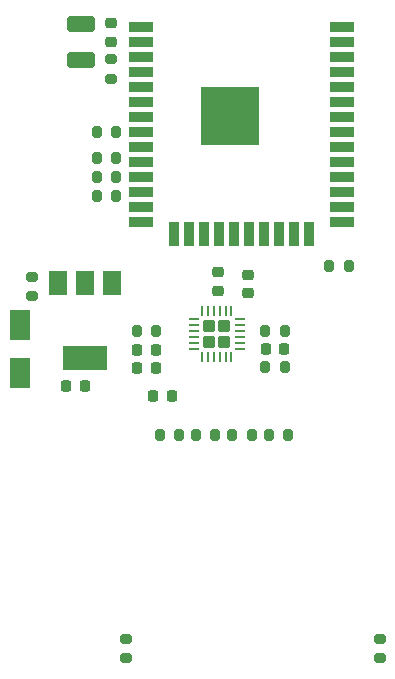
<source format=gbr>
%TF.GenerationSoftware,KiCad,Pcbnew,6.0.4*%
%TF.CreationDate,2022-06-16T01:35:27+03:00*%
%TF.ProjectId,MULTIGW,4d554c54-4947-4572-9e6b-696361645f70,rev?*%
%TF.SameCoordinates,Original*%
%TF.FileFunction,Paste,Top*%
%TF.FilePolarity,Positive*%
%FSLAX46Y46*%
G04 Gerber Fmt 4.6, Leading zero omitted, Abs format (unit mm)*
G04 Created by KiCad (PCBNEW 6.0.4) date 2022-06-16 01:35:27*
%MOMM*%
%LPD*%
G01*
G04 APERTURE LIST*
G04 Aperture macros list*
%AMRoundRect*
0 Rectangle with rounded corners*
0 $1 Rounding radius*
0 $2 $3 $4 $5 $6 $7 $8 $9 X,Y pos of 4 corners*
0 Add a 4 corners polygon primitive as box body*
4,1,4,$2,$3,$4,$5,$6,$7,$8,$9,$2,$3,0*
0 Add four circle primitives for the rounded corners*
1,1,$1+$1,$2,$3*
1,1,$1+$1,$4,$5*
1,1,$1+$1,$6,$7*
1,1,$1+$1,$8,$9*
0 Add four rect primitives between the rounded corners*
20,1,$1+$1,$2,$3,$4,$5,0*
20,1,$1+$1,$4,$5,$6,$7,0*
20,1,$1+$1,$6,$7,$8,$9,0*
20,1,$1+$1,$8,$9,$2,$3,0*%
G04 Aperture macros list end*
%ADD10RoundRect,0.200000X-0.275000X0.200000X-0.275000X-0.200000X0.275000X-0.200000X0.275000X0.200000X0*%
%ADD11RoundRect,0.200000X0.200000X0.275000X-0.200000X0.275000X-0.200000X-0.275000X0.200000X-0.275000X0*%
%ADD12RoundRect,0.200000X-0.200000X-0.275000X0.200000X-0.275000X0.200000X0.275000X-0.200000X0.275000X0*%
%ADD13RoundRect,0.250000X0.275000X0.275000X-0.275000X0.275000X-0.275000X-0.275000X0.275000X-0.275000X0*%
%ADD14RoundRect,0.062500X0.350000X0.062500X-0.350000X0.062500X-0.350000X-0.062500X0.350000X-0.062500X0*%
%ADD15RoundRect,0.062500X0.062500X0.350000X-0.062500X0.350000X-0.062500X-0.350000X0.062500X-0.350000X0*%
%ADD16RoundRect,0.250000X0.925000X-0.412500X0.925000X0.412500X-0.925000X0.412500X-0.925000X-0.412500X0*%
%ADD17RoundRect,0.225000X0.225000X0.250000X-0.225000X0.250000X-0.225000X-0.250000X0.225000X-0.250000X0*%
%ADD18R,2.000000X0.900000*%
%ADD19R,0.900000X2.000000*%
%ADD20R,5.000000X5.000000*%
%ADD21RoundRect,0.225000X-0.225000X-0.250000X0.225000X-0.250000X0.225000X0.250000X-0.225000X0.250000X0*%
%ADD22RoundRect,0.225000X-0.250000X0.225000X-0.250000X-0.225000X0.250000X-0.225000X0.250000X0.225000X0*%
%ADD23RoundRect,0.200000X0.275000X-0.200000X0.275000X0.200000X-0.275000X0.200000X-0.275000X-0.200000X0*%
%ADD24RoundRect,0.225000X0.250000X-0.225000X0.250000X0.225000X-0.250000X0.225000X-0.250000X-0.225000X0*%
%ADD25R,1.800000X2.500000*%
%ADD26R,1.500000X2.000000*%
%ADD27R,3.800000X2.000000*%
G04 APERTURE END LIST*
D10*
%TO.C,R14*%
X128500000Y-113525000D03*
X128500000Y-115175000D03*
%TD*%
D11*
%TO.C,L1*%
X120425000Y-87500000D03*
X118775000Y-87500000D03*
%TD*%
D12*
%TO.C,R11*%
X118775000Y-90550000D03*
X120425000Y-90550000D03*
%TD*%
D11*
%TO.C,R9*%
X106125000Y-74460000D03*
X104475000Y-74460000D03*
%TD*%
D13*
%TO.C,U3*%
X115300000Y-88400000D03*
X115300000Y-87100000D03*
X114000000Y-87100000D03*
X114000000Y-88400000D03*
D14*
X116587500Y-89000000D03*
X116587500Y-88500000D03*
X116587500Y-88000000D03*
X116587500Y-87500000D03*
X116587500Y-87000000D03*
X116587500Y-86500000D03*
D15*
X115900000Y-85812500D03*
X115400000Y-85812500D03*
X114900000Y-85812500D03*
X114400000Y-85812500D03*
X113900000Y-85812500D03*
X113400000Y-85812500D03*
D14*
X112712500Y-86500000D03*
X112712500Y-87000000D03*
X112712500Y-87500000D03*
X112712500Y-88000000D03*
X112712500Y-88500000D03*
X112712500Y-89000000D03*
D15*
X113400000Y-89687500D03*
X113900000Y-89687500D03*
X114400000Y-89687500D03*
X114900000Y-89687500D03*
X115400000Y-89687500D03*
X115900000Y-89687500D03*
%TD*%
D16*
%TO.C,C4*%
X103200000Y-64537500D03*
X103200000Y-61462500D03*
%TD*%
D17*
%TO.C,C2*%
X103475000Y-92100000D03*
X101925000Y-92100000D03*
%TD*%
D18*
%TO.C,U2*%
X108240000Y-61755000D03*
X108240000Y-63025000D03*
X108240000Y-64295000D03*
X108240000Y-65565000D03*
X108240000Y-66835000D03*
X108240000Y-68105000D03*
X108240000Y-69375000D03*
X108240000Y-70645000D03*
X108240000Y-71915000D03*
X108240000Y-73185000D03*
X108240000Y-74455000D03*
X108240000Y-75725000D03*
X108240000Y-76995000D03*
X108240000Y-78265000D03*
D19*
X111025000Y-79265000D03*
X112295000Y-79265000D03*
X113565000Y-79265000D03*
X114835000Y-79265000D03*
X116105000Y-79265000D03*
X117375000Y-79265000D03*
X118645000Y-79265000D03*
X119915000Y-79265000D03*
X121185000Y-79265000D03*
X122455000Y-79265000D03*
D18*
X125240000Y-78265000D03*
X125240000Y-76995000D03*
X125240000Y-75725000D03*
X125240000Y-74455000D03*
X125240000Y-73185000D03*
X125240000Y-71915000D03*
X125240000Y-70645000D03*
X125240000Y-69375000D03*
X125240000Y-68105000D03*
X125240000Y-66835000D03*
X125240000Y-65565000D03*
X125240000Y-64295000D03*
X125240000Y-63025000D03*
X125240000Y-61755000D03*
D20*
X115740000Y-69255000D03*
%TD*%
D21*
%TO.C,C8*%
X118825000Y-89000000D03*
X120375000Y-89000000D03*
%TD*%
D22*
%TO.C,C7*%
X114800000Y-82525000D03*
X114800000Y-84075000D03*
%TD*%
D23*
%TO.C,R6*%
X105700000Y-66125000D03*
X105700000Y-64475000D03*
%TD*%
D12*
%TO.C,R3*%
X119075000Y-96300000D03*
X120725000Y-96300000D03*
%TD*%
D10*
%TO.C,R5*%
X106950000Y-113525000D03*
X106950000Y-115175000D03*
%TD*%
D11*
%TO.C,R8*%
X106125000Y-72860000D03*
X104475000Y-72860000D03*
%TD*%
D24*
%TO.C,C3*%
X105700000Y-62975000D03*
X105700000Y-61425000D03*
%TD*%
D10*
%TO.C,C1*%
X99000000Y-82875000D03*
X99000000Y-84525000D03*
%TD*%
D21*
%TO.C,C6*%
X109275000Y-92950000D03*
X110825000Y-92950000D03*
%TD*%
D25*
%TO.C,D1*%
X98000000Y-87000000D03*
X98000000Y-91000000D03*
%TD*%
D12*
%TO.C,R7*%
X124175000Y-82000000D03*
X125825000Y-82000000D03*
%TD*%
D11*
%TO.C,R10*%
X106125000Y-76060000D03*
X104475000Y-76060000D03*
%TD*%
%TO.C,R1*%
X111475000Y-96300000D03*
X109825000Y-96300000D03*
%TD*%
D12*
%TO.C,R2*%
X112875000Y-96300000D03*
X114525000Y-96300000D03*
%TD*%
D17*
%TO.C,C10*%
X109475000Y-90650000D03*
X107925000Y-90650000D03*
%TD*%
D11*
%TO.C,R4*%
X117625000Y-96300000D03*
X115975000Y-96300000D03*
%TD*%
%TO.C,R13*%
X106125000Y-70600000D03*
X104475000Y-70600000D03*
%TD*%
D24*
%TO.C,C9*%
X117300000Y-84275000D03*
X117300000Y-82725000D03*
%TD*%
D26*
%TO.C,U1*%
X105800000Y-83450000D03*
X103500000Y-83450000D03*
D27*
X103500000Y-89750000D03*
D26*
X101200000Y-83450000D03*
%TD*%
D12*
%TO.C,R12*%
X107875000Y-87500000D03*
X109525000Y-87500000D03*
%TD*%
D17*
%TO.C,C11*%
X109475000Y-89050000D03*
X107925000Y-89050000D03*
%TD*%
M02*

</source>
